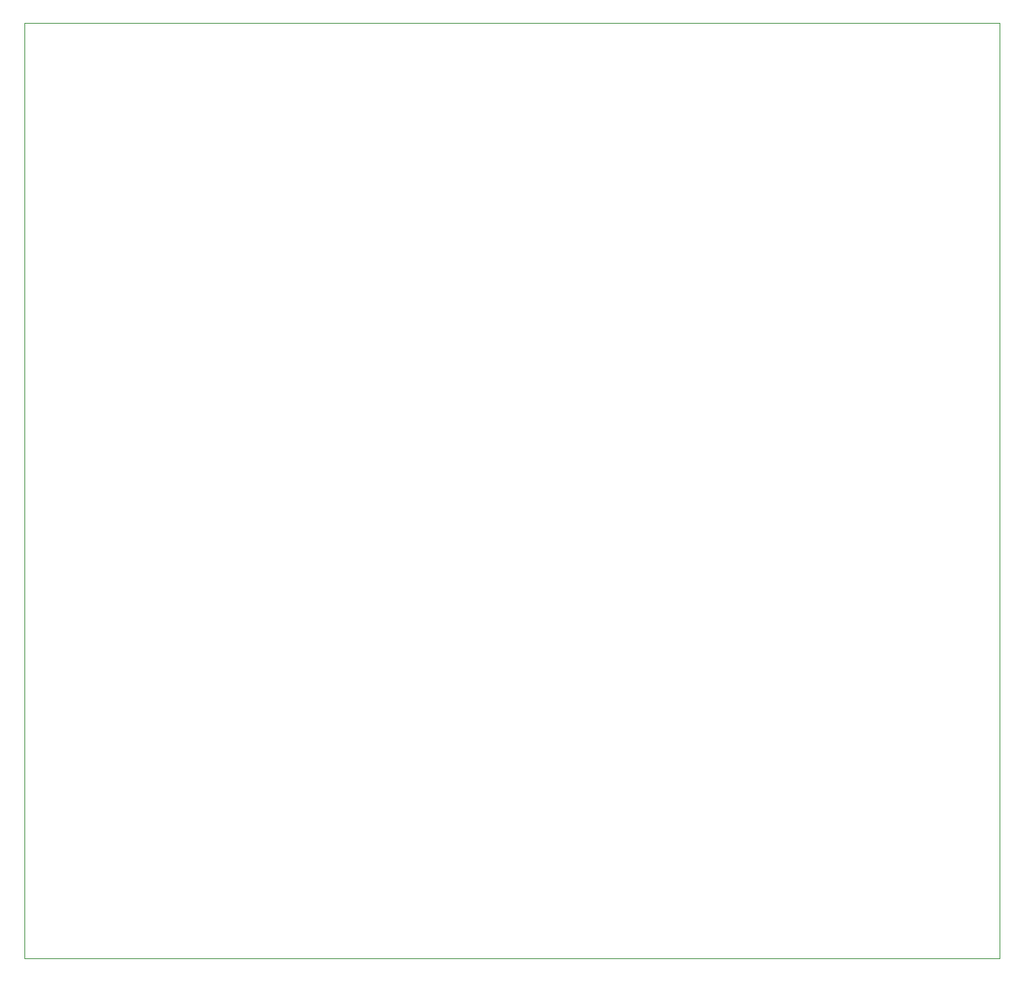
<source format=gbr>
%TF.GenerationSoftware,KiCad,Pcbnew,9.0.0*%
%TF.CreationDate,2025-04-10T22:29:10+05:30*%
%TF.ProjectId,greenhouse_control_assignment_new,67726565-6e68-46f7-9573-655f636f6e74,rev?*%
%TF.SameCoordinates,Original*%
%TF.FileFunction,Profile,NP*%
%FSLAX46Y46*%
G04 Gerber Fmt 4.6, Leading zero omitted, Abs format (unit mm)*
G04 Created by KiCad (PCBNEW 9.0.0) date 2025-04-10 22:29:10*
%MOMM*%
%LPD*%
G01*
G04 APERTURE LIST*
%TA.AperFunction,Profile*%
%ADD10C,0.050000*%
%TD*%
G04 APERTURE END LIST*
D10*
X50000000Y-20000000D02*
X161500000Y-20000000D01*
X161500000Y-127000000D01*
X50000000Y-127000000D01*
X50000000Y-20000000D01*
M02*

</source>
